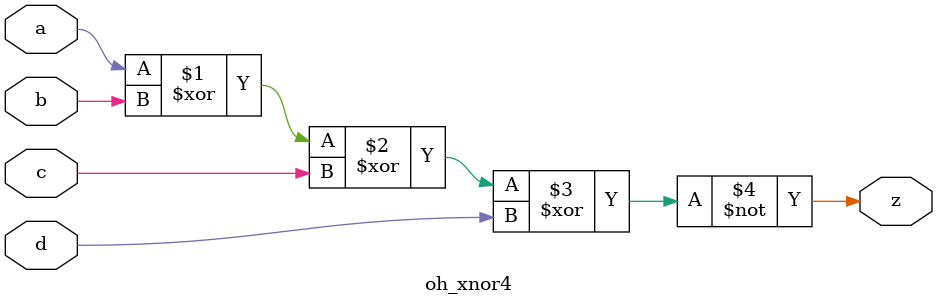
<source format=v>


module oh_xnor4 #(parameter DW = 1 ) // array width
   (
    input [DW-1:0]  a,
    input [DW-1:0]  b,
    input [DW-1:0]  c,
    input [DW-1:0]  d,
    output [DW-1:0] z
    );
   
   assign z =  ~(a ^ b ^ c ^ d);
   
endmodule

</source>
